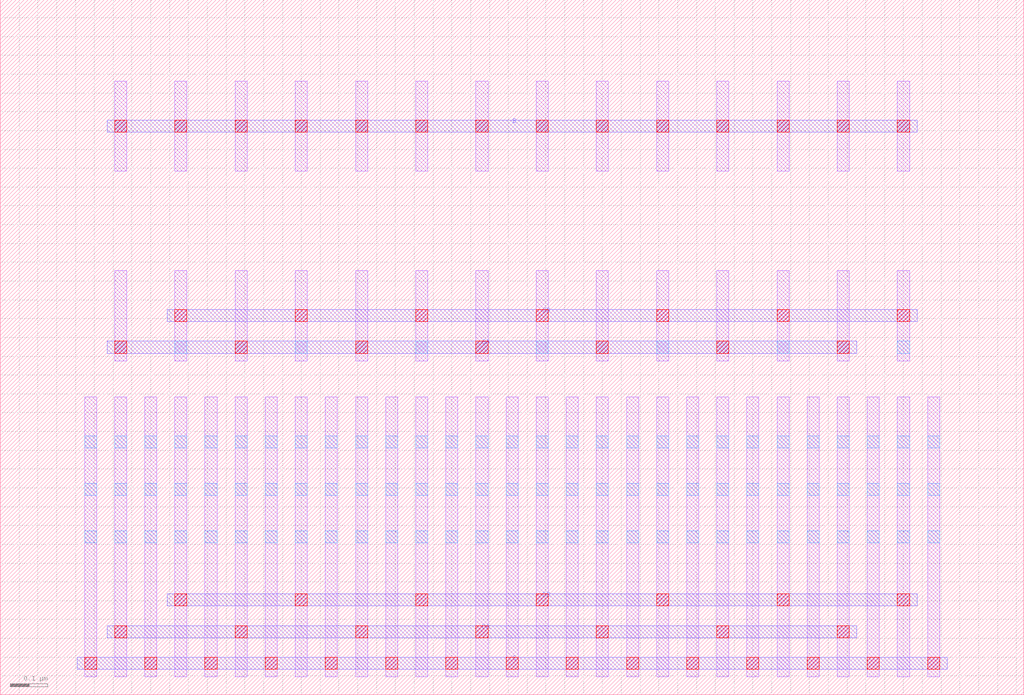
<source format=lef>
MACRO CMC_S_NMOS_B_nfin10_n12_X1_Y1_RVT
  ORIGIN 0 0 ;
  FOREIGN CMC_S_NMOS_B_nfin10_n12_X1_Y1_RVT 0 0 ;
  SIZE 1.2800 BY 1.8480 ;
  PIN SA
    DIRECTION INOUT ;
    USE SIGNAL ;
    PORT
      LAYER M2 ;
        RECT 0.2040 0.0680 0.4360 0.1000 ;
    END
  END SA
  PIN DA
    DIRECTION INOUT ;
    USE SIGNAL ;
    PORT
      LAYER M2 ;
        RECT 0.2840 0.1520 0.5160 0.1840 ;
    END
  END DA
  PIN SB
    DIRECTION INOUT ;
    USE SIGNAL ;
    PORT
      LAYER M2 ;
        RECT 0.8440 0.2360 1.0760 0.2680 ;
    END
  END SB
  PIN DB
    DIRECTION INOUT ;
    USE SIGNAL ;
    PORT
      LAYER M2 ;
        RECT 0.7640 0.3200 0.9960 0.3520 ;
    END
  END DB
  PIN G
    DIRECTION INOUT ;
    USE SIGNAL ;
    PORT
      LAYER M2 ;
        RECT 0.2840 0.9080 0.9960 0.9400 ;
    END
  END G
  PIN B
    DIRECTION INOUT ;
    USE SIGNAL ;
    PORT
      LAYER M2 ;
        RECT 0.2840 1.4960 0.9960 1.5280 ;
    END
  END B
  OBS
    LAYER M1 ;
      RECT 0.3040 0.0480 0.3360 0.7920 ;
    LAYER M1 ;
      RECT 0.3040 0.8880 0.3360 1.1280 ;
    LAYER M1 ;
      RECT 0.3040 1.3920 0.3360 1.6320 ;
    LAYER M1 ;
      RECT 0.2240 0.0480 0.2560 0.7920 ;
    LAYER M1 ;
      RECT 0.3840 0.0480 0.4160 0.7920 ;
    LAYER M1 ;
      RECT 0.9440 0.0480 0.9760 0.7920 ;
    LAYER M1 ;
      RECT 0.9440 0.8880 0.9760 1.1280 ;
    LAYER M1 ;
      RECT 0.9440 1.3920 0.9760 1.6320 ;
    LAYER M1 ;
      RECT 0.8640 0.0480 0.8960 0.7920 ;
    LAYER M1 ;
      RECT 1.0240 0.0480 1.0560 0.7920 ;
    LAYER V1 ;
      RECT 0.2240 0.0680 0.2560 0.1000 ;
    LAYER V1 ;
      RECT 0.3840 0.0680 0.4160 0.1000 ;
    LAYER V1 ;
      RECT 0.3040 0.1520 0.3360 0.1840 ;
    LAYER V1 ;
      RECT 0.3040 0.9080 0.3360 0.9400 ;
    LAYER V1 ;
      RECT 0.3040 1.4960 0.3360 1.5280 ;
    LAYER V1 ;
      RECT 0.8640 0.2360 0.8960 0.2680 ;
    LAYER V1 ;
      RECT 1.0240 0.2360 1.0560 0.2680 ;
    LAYER V1 ;
      RECT 0.9440 0.3200 0.9760 0.3520 ;
    LAYER V1 ;
      RECT 0.9440 0.9080 0.9760 0.9400 ;
    LAYER V1 ;
      RECT 0.9440 1.4960 0.9760 1.5280 ;
    LAYER V0 ;
      RECT 0.3040 0.4040 0.3360 0.4360 ;
    LAYER V0 ;
      RECT 0.3040 0.5300 0.3360 0.5620 ;
    LAYER V0 ;
      RECT 0.3040 0.6560 0.3360 0.6880 ;
    LAYER V0 ;
      RECT 0.3040 0.9080 0.3360 0.9400 ;
    LAYER V0 ;
      RECT 0.3040 1.4960 0.3360 1.5280 ;
    LAYER V0 ;
      RECT 0.2240 0.4040 0.2560 0.4360 ;
    LAYER V0 ;
      RECT 0.2240 0.5300 0.2560 0.5620 ;
    LAYER V0 ;
      RECT 0.2240 0.6560 0.2560 0.6880 ;
    LAYER V0 ;
      RECT 0.3840 0.4040 0.4160 0.4360 ;
    LAYER V0 ;
      RECT 0.3840 0.5300 0.4160 0.5620 ;
    LAYER V0 ;
      RECT 0.3840 0.6560 0.4160 0.6880 ;
    LAYER V0 ;
      RECT 0.9440 0.4040 0.9760 0.4360 ;
    LAYER V0 ;
      RECT 0.9440 0.5300 0.9760 0.5620 ;
    LAYER V0 ;
      RECT 0.9440 0.6560 0.9760 0.6880 ;
    LAYER V0 ;
      RECT 0.9440 0.9080 0.9760 0.9400 ;
    LAYER V0 ;
      RECT 0.9440 1.4960 0.9760 1.5280 ;
    LAYER V0 ;
      RECT 0.8640 0.4040 0.8960 0.4360 ;
    LAYER V0 ;
      RECT 0.8640 0.5300 0.8960 0.5620 ;
    LAYER V0 ;
      RECT 0.8640 0.6560 0.8960 0.6880 ;
    LAYER V0 ;
      RECT 1.0240 0.4040 1.0560 0.4360 ;
    LAYER V0 ;
      RECT 1.0240 0.5300 1.0560 0.5620 ;
    LAYER V0 ;
      RECT 1.0240 0.6560 1.0560 0.6880 ;
  END
END CMC_S_NMOS_B_nfin10_n12_X1_Y1_RVT
MACRO DP_NMOS_B_nfin75_n12_X7_Y1_RVT
  ORIGIN 0 0 ;
  FOREIGN DP_NMOS_B_nfin75_n12_X7_Y1_RVT 0 0 ;
  SIZE 2.7200 BY 1.8480 ;
  PIN S
    DIRECTION INOUT ;
    USE SIGNAL ;
    PORT
      LAYER M2 ;
        RECT 0.2040 0.0680 2.5160 0.1000 ;
    END
  END S
  PIN DA
    DIRECTION INOUT ;
    USE SIGNAL ;
    PORT
      LAYER M2 ;
        RECT 0.2840 0.1520 2.2760 0.1840 ;
    END
  END DA
  PIN DB
    DIRECTION INOUT ;
    USE SIGNAL ;
    PORT
      LAYER M2 ;
        RECT 0.4440 0.2360 2.4360 0.2680 ;
    END
  END DB
  PIN GA
    DIRECTION INOUT ;
    USE SIGNAL ;
    PORT
      LAYER M2 ;
        RECT 0.2840 0.9080 2.2760 0.9400 ;
    END
  END GA
  PIN GB
    DIRECTION INOUT ;
    USE SIGNAL ;
    PORT
      LAYER M2 ;
        RECT 0.4440 0.9920 2.4360 1.0240 ;
    END
  END GB
  PIN B
    DIRECTION INOUT ;
    USE SIGNAL ;
    PORT
      LAYER M2 ;
        RECT 0.2840 1.4960 2.4360 1.5280 ;
    END
  END B
  OBS
    LAYER M1 ;
      RECT 0.3040 0.0480 0.3360 0.7920 ;
    LAYER M1 ;
      RECT 0.3040 0.8880 0.3360 1.1280 ;
    LAYER M1 ;
      RECT 0.3040 1.3920 0.3360 1.6320 ;
    LAYER M1 ;
      RECT 0.2240 0.0480 0.2560 0.7920 ;
    LAYER M1 ;
      RECT 0.3840 0.0480 0.4160 0.7920 ;
    LAYER M1 ;
      RECT 0.4640 0.0480 0.4960 0.7920 ;
    LAYER M1 ;
      RECT 0.4640 0.8880 0.4960 1.1280 ;
    LAYER M1 ;
      RECT 0.4640 1.3920 0.4960 1.6320 ;
    LAYER M1 ;
      RECT 0.5440 0.0480 0.5760 0.7920 ;
    LAYER M1 ;
      RECT 0.6240 0.0480 0.6560 0.7920 ;
    LAYER M1 ;
      RECT 0.6240 0.8880 0.6560 1.1280 ;
    LAYER M1 ;
      RECT 0.6240 1.3920 0.6560 1.6320 ;
    LAYER M1 ;
      RECT 0.7040 0.0480 0.7360 0.7920 ;
    LAYER M1 ;
      RECT 0.7840 0.0480 0.8160 0.7920 ;
    LAYER M1 ;
      RECT 0.7840 0.8880 0.8160 1.1280 ;
    LAYER M1 ;
      RECT 0.7840 1.3920 0.8160 1.6320 ;
    LAYER M1 ;
      RECT 0.8640 0.0480 0.8960 0.7920 ;
    LAYER M1 ;
      RECT 0.9440 0.0480 0.9760 0.7920 ;
    LAYER M1 ;
      RECT 0.9440 0.8880 0.9760 1.1280 ;
    LAYER M1 ;
      RECT 0.9440 1.3920 0.9760 1.6320 ;
    LAYER M1 ;
      RECT 1.0240 0.0480 1.0560 0.7920 ;
    LAYER M1 ;
      RECT 1.1040 0.0480 1.1360 0.7920 ;
    LAYER M1 ;
      RECT 1.1040 0.8880 1.1360 1.1280 ;
    LAYER M1 ;
      RECT 1.1040 1.3920 1.1360 1.6320 ;
    LAYER M1 ;
      RECT 1.1840 0.0480 1.2160 0.7920 ;
    LAYER M1 ;
      RECT 1.2640 0.0480 1.2960 0.7920 ;
    LAYER M1 ;
      RECT 1.2640 0.8880 1.2960 1.1280 ;
    LAYER M1 ;
      RECT 1.2640 1.3920 1.2960 1.6320 ;
    LAYER M1 ;
      RECT 1.3440 0.0480 1.3760 0.7920 ;
    LAYER M1 ;
      RECT 1.4240 0.0480 1.4560 0.7920 ;
    LAYER M1 ;
      RECT 1.4240 0.8880 1.4560 1.1280 ;
    LAYER M1 ;
      RECT 1.4240 1.3920 1.4560 1.6320 ;
    LAYER M1 ;
      RECT 1.5040 0.0480 1.5360 0.7920 ;
    LAYER M1 ;
      RECT 1.5840 0.0480 1.6160 0.7920 ;
    LAYER M1 ;
      RECT 1.5840 0.8880 1.6160 1.1280 ;
    LAYER M1 ;
      RECT 1.5840 1.3920 1.6160 1.6320 ;
    LAYER M1 ;
      RECT 1.6640 0.0480 1.6960 0.7920 ;
    LAYER M1 ;
      RECT 1.7440 0.0480 1.7760 0.7920 ;
    LAYER M1 ;
      RECT 1.7440 0.8880 1.7760 1.1280 ;
    LAYER M1 ;
      RECT 1.7440 1.3920 1.7760 1.6320 ;
    LAYER M1 ;
      RECT 1.8240 0.0480 1.8560 0.7920 ;
    LAYER M1 ;
      RECT 1.9040 0.0480 1.9360 0.7920 ;
    LAYER M1 ;
      RECT 1.9040 0.8880 1.9360 1.1280 ;
    LAYER M1 ;
      RECT 1.9040 1.3920 1.9360 1.6320 ;
    LAYER M1 ;
      RECT 1.9840 0.0480 2.0160 0.7920 ;
    LAYER M1 ;
      RECT 2.0640 0.0480 2.0960 0.7920 ;
    LAYER M1 ;
      RECT 2.0640 0.8880 2.0960 1.1280 ;
    LAYER M1 ;
      RECT 2.0640 1.3920 2.0960 1.6320 ;
    LAYER M1 ;
      RECT 2.1440 0.0480 2.1760 0.7920 ;
    LAYER M1 ;
      RECT 2.2240 0.0480 2.2560 0.7920 ;
    LAYER M1 ;
      RECT 2.2240 0.8880 2.2560 1.1280 ;
    LAYER M1 ;
      RECT 2.2240 1.3920 2.2560 1.6320 ;
    LAYER M1 ;
      RECT 2.3040 0.0480 2.3360 0.7920 ;
    LAYER M1 ;
      RECT 2.3840 0.0480 2.4160 0.7920 ;
    LAYER M1 ;
      RECT 2.3840 0.8880 2.4160 1.1280 ;
    LAYER M1 ;
      RECT 2.3840 1.3920 2.4160 1.6320 ;
    LAYER M1 ;
      RECT 2.4640 0.0480 2.4960 0.7920 ;
    LAYER V1 ;
      RECT 0.2240 0.0680 0.2560 0.1000 ;
    LAYER V1 ;
      RECT 0.3840 0.0680 0.4160 0.1000 ;
    LAYER V1 ;
      RECT 0.5440 0.0680 0.5760 0.1000 ;
    LAYER V1 ;
      RECT 0.7040 0.0680 0.7360 0.1000 ;
    LAYER V1 ;
      RECT 0.8640 0.0680 0.8960 0.1000 ;
    LAYER V1 ;
      RECT 1.0240 0.0680 1.0560 0.1000 ;
    LAYER V1 ;
      RECT 1.1840 0.0680 1.2160 0.1000 ;
    LAYER V1 ;
      RECT 1.3440 0.0680 1.3760 0.1000 ;
    LAYER V1 ;
      RECT 1.5040 0.0680 1.5360 0.1000 ;
    LAYER V1 ;
      RECT 1.6640 0.0680 1.6960 0.1000 ;
    LAYER V1 ;
      RECT 1.8240 0.0680 1.8560 0.1000 ;
    LAYER V1 ;
      RECT 1.9840 0.0680 2.0160 0.1000 ;
    LAYER V1 ;
      RECT 2.1440 0.0680 2.1760 0.1000 ;
    LAYER V1 ;
      RECT 2.3040 0.0680 2.3360 0.1000 ;
    LAYER V1 ;
      RECT 2.4640 0.0680 2.4960 0.1000 ;
    LAYER V1 ;
      RECT 0.3040 0.1520 0.3360 0.1840 ;
    LAYER V1 ;
      RECT 0.3040 0.9080 0.3360 0.9400 ;
    LAYER V1 ;
      RECT 0.3040 1.4960 0.3360 1.5280 ;
    LAYER V1 ;
      RECT 0.6240 0.1520 0.6560 0.1840 ;
    LAYER V1 ;
      RECT 0.6240 0.9080 0.6560 0.9400 ;
    LAYER V1 ;
      RECT 0.6240 1.4960 0.6560 1.5280 ;
    LAYER V1 ;
      RECT 0.9440 0.1520 0.9760 0.1840 ;
    LAYER V1 ;
      RECT 0.9440 0.9080 0.9760 0.9400 ;
    LAYER V1 ;
      RECT 0.9440 1.4960 0.9760 1.5280 ;
    LAYER V1 ;
      RECT 1.2640 0.1520 1.2960 0.1840 ;
    LAYER V1 ;
      RECT 1.2640 0.9080 1.2960 0.9400 ;
    LAYER V1 ;
      RECT 1.2640 1.4960 1.2960 1.5280 ;
    LAYER V1 ;
      RECT 1.5840 0.1520 1.6160 0.1840 ;
    LAYER V1 ;
      RECT 1.5840 0.9080 1.6160 0.9400 ;
    LAYER V1 ;
      RECT 1.5840 1.4960 1.6160 1.5280 ;
    LAYER V1 ;
      RECT 1.9040 0.1520 1.9360 0.1840 ;
    LAYER V1 ;
      RECT 1.9040 0.9080 1.9360 0.9400 ;
    LAYER V1 ;
      RECT 1.9040 1.4960 1.9360 1.5280 ;
    LAYER V1 ;
      RECT 2.2240 0.1520 2.2560 0.1840 ;
    LAYER V1 ;
      RECT 2.2240 0.9080 2.2560 0.9400 ;
    LAYER V1 ;
      RECT 2.2240 1.4960 2.2560 1.5280 ;
    LAYER V1 ;
      RECT 0.4640 0.2360 0.4960 0.2680 ;
    LAYER V1 ;
      RECT 0.4640 0.9920 0.4960 1.0240 ;
    LAYER V1 ;
      RECT 0.4640 1.4960 0.4960 1.5280 ;
    LAYER V1 ;
      RECT 0.7840 0.2360 0.8160 0.2680 ;
    LAYER V1 ;
      RECT 0.7840 0.9920 0.8160 1.0240 ;
    LAYER V1 ;
      RECT 0.7840 1.4960 0.8160 1.5280 ;
    LAYER V1 ;
      RECT 1.1040 0.2360 1.1360 0.2680 ;
    LAYER V1 ;
      RECT 1.1040 0.9920 1.1360 1.0240 ;
    LAYER V1 ;
      RECT 1.1040 1.4960 1.1360 1.5280 ;
    LAYER V1 ;
      RECT 1.4240 0.2360 1.4560 0.2680 ;
    LAYER V1 ;
      RECT 1.4240 0.9920 1.4560 1.0240 ;
    LAYER V1 ;
      RECT 1.4240 1.4960 1.4560 1.5280 ;
    LAYER V1 ;
      RECT 1.7440 0.2360 1.7760 0.2680 ;
    LAYER V1 ;
      RECT 1.7440 0.9920 1.7760 1.0240 ;
    LAYER V1 ;
      RECT 1.7440 1.4960 1.7760 1.5280 ;
    LAYER V1 ;
      RECT 2.0640 0.2360 2.0960 0.2680 ;
    LAYER V1 ;
      RECT 2.0640 0.9920 2.0960 1.0240 ;
    LAYER V1 ;
      RECT 2.0640 1.4960 2.0960 1.5280 ;
    LAYER V1 ;
      RECT 2.3840 0.2360 2.4160 0.2680 ;
    LAYER V1 ;
      RECT 2.3840 0.9920 2.4160 1.0240 ;
    LAYER V1 ;
      RECT 2.3840 1.4960 2.4160 1.5280 ;
    LAYER V0 ;
      RECT 0.3040 0.4040 0.3360 0.4360 ;
    LAYER V0 ;
      RECT 0.3040 0.5300 0.3360 0.5620 ;
    LAYER V0 ;
      RECT 0.3040 0.6560 0.3360 0.6880 ;
    LAYER V0 ;
      RECT 0.3040 0.9080 0.3360 0.9400 ;
    LAYER V0 ;
      RECT 0.3040 1.4960 0.3360 1.5280 ;
    LAYER V0 ;
      RECT 0.2240 0.4040 0.2560 0.4360 ;
    LAYER V0 ;
      RECT 0.2240 0.5300 0.2560 0.5620 ;
    LAYER V0 ;
      RECT 0.2240 0.6560 0.2560 0.6880 ;
    LAYER V0 ;
      RECT 0.3840 0.4040 0.4160 0.4360 ;
    LAYER V0 ;
      RECT 0.3840 0.4040 0.4160 0.4360 ;
    LAYER V0 ;
      RECT 0.3840 0.5300 0.4160 0.5620 ;
    LAYER V0 ;
      RECT 0.3840 0.5300 0.4160 0.5620 ;
    LAYER V0 ;
      RECT 0.3840 0.6560 0.4160 0.6880 ;
    LAYER V0 ;
      RECT 0.3840 0.6560 0.4160 0.6880 ;
    LAYER V0 ;
      RECT 0.4640 0.4040 0.4960 0.4360 ;
    LAYER V0 ;
      RECT 0.4640 0.5300 0.4960 0.5620 ;
    LAYER V0 ;
      RECT 0.4640 0.6560 0.4960 0.6880 ;
    LAYER V0 ;
      RECT 0.4640 0.9080 0.4960 0.9400 ;
    LAYER V0 ;
      RECT 0.4640 1.4960 0.4960 1.5280 ;
    LAYER V0 ;
      RECT 0.5440 0.4040 0.5760 0.4360 ;
    LAYER V0 ;
      RECT 0.5440 0.4040 0.5760 0.4360 ;
    LAYER V0 ;
      RECT 0.5440 0.5300 0.5760 0.5620 ;
    LAYER V0 ;
      RECT 0.5440 0.5300 0.5760 0.5620 ;
    LAYER V0 ;
      RECT 0.5440 0.6560 0.5760 0.6880 ;
    LAYER V0 ;
      RECT 0.5440 0.6560 0.5760 0.6880 ;
    LAYER V0 ;
      RECT 0.6240 0.4040 0.6560 0.4360 ;
    LAYER V0 ;
      RECT 0.6240 0.5300 0.6560 0.5620 ;
    LAYER V0 ;
      RECT 0.6240 0.6560 0.6560 0.6880 ;
    LAYER V0 ;
      RECT 0.6240 0.9080 0.6560 0.9400 ;
    LAYER V0 ;
      RECT 0.6240 1.4960 0.6560 1.5280 ;
    LAYER V0 ;
      RECT 0.7040 0.4040 0.7360 0.4360 ;
    LAYER V0 ;
      RECT 0.7040 0.4040 0.7360 0.4360 ;
    LAYER V0 ;
      RECT 0.7040 0.5300 0.7360 0.5620 ;
    LAYER V0 ;
      RECT 0.7040 0.5300 0.7360 0.5620 ;
    LAYER V0 ;
      RECT 0.7040 0.6560 0.7360 0.6880 ;
    LAYER V0 ;
      RECT 0.7040 0.6560 0.7360 0.6880 ;
    LAYER V0 ;
      RECT 0.7840 0.4040 0.8160 0.4360 ;
    LAYER V0 ;
      RECT 0.7840 0.5300 0.8160 0.5620 ;
    LAYER V0 ;
      RECT 0.7840 0.6560 0.8160 0.6880 ;
    LAYER V0 ;
      RECT 0.7840 0.9080 0.8160 0.9400 ;
    LAYER V0 ;
      RECT 0.7840 1.4960 0.8160 1.5280 ;
    LAYER V0 ;
      RECT 0.8640 0.4040 0.8960 0.4360 ;
    LAYER V0 ;
      RECT 0.8640 0.4040 0.8960 0.4360 ;
    LAYER V0 ;
      RECT 0.8640 0.5300 0.8960 0.5620 ;
    LAYER V0 ;
      RECT 0.8640 0.5300 0.8960 0.5620 ;
    LAYER V0 ;
      RECT 0.8640 0.6560 0.8960 0.6880 ;
    LAYER V0 ;
      RECT 0.8640 0.6560 0.8960 0.6880 ;
    LAYER V0 ;
      RECT 0.9440 0.4040 0.9760 0.4360 ;
    LAYER V0 ;
      RECT 0.9440 0.5300 0.9760 0.5620 ;
    LAYER V0 ;
      RECT 0.9440 0.6560 0.9760 0.6880 ;
    LAYER V0 ;
      RECT 0.9440 0.9080 0.9760 0.9400 ;
    LAYER V0 ;
      RECT 0.9440 1.4960 0.9760 1.5280 ;
    LAYER V0 ;
      RECT 1.0240 0.4040 1.0560 0.4360 ;
    LAYER V0 ;
      RECT 1.0240 0.4040 1.0560 0.4360 ;
    LAYER V0 ;
      RECT 1.0240 0.5300 1.0560 0.5620 ;
    LAYER V0 ;
      RECT 1.0240 0.5300 1.0560 0.5620 ;
    LAYER V0 ;
      RECT 1.0240 0.6560 1.0560 0.6880 ;
    LAYER V0 ;
      RECT 1.0240 0.6560 1.0560 0.6880 ;
    LAYER V0 ;
      RECT 1.1040 0.4040 1.1360 0.4360 ;
    LAYER V0 ;
      RECT 1.1040 0.5300 1.1360 0.5620 ;
    LAYER V0 ;
      RECT 1.1040 0.6560 1.1360 0.6880 ;
    LAYER V0 ;
      RECT 1.1040 0.9080 1.1360 0.9400 ;
    LAYER V0 ;
      RECT 1.1040 1.4960 1.1360 1.5280 ;
    LAYER V0 ;
      RECT 1.1840 0.4040 1.2160 0.4360 ;
    LAYER V0 ;
      RECT 1.1840 0.4040 1.2160 0.4360 ;
    LAYER V0 ;
      RECT 1.1840 0.5300 1.2160 0.5620 ;
    LAYER V0 ;
      RECT 1.1840 0.5300 1.2160 0.5620 ;
    LAYER V0 ;
      RECT 1.1840 0.6560 1.2160 0.6880 ;
    LAYER V0 ;
      RECT 1.1840 0.6560 1.2160 0.6880 ;
    LAYER V0 ;
      RECT 1.2640 0.4040 1.2960 0.4360 ;
    LAYER V0 ;
      RECT 1.2640 0.5300 1.2960 0.5620 ;
    LAYER V0 ;
      RECT 1.2640 0.6560 1.2960 0.6880 ;
    LAYER V0 ;
      RECT 1.2640 0.9080 1.2960 0.9400 ;
    LAYER V0 ;
      RECT 1.2640 1.4960 1.2960 1.5280 ;
    LAYER V0 ;
      RECT 1.3440 0.4040 1.3760 0.4360 ;
    LAYER V0 ;
      RECT 1.3440 0.4040 1.3760 0.4360 ;
    LAYER V0 ;
      RECT 1.3440 0.5300 1.3760 0.5620 ;
    LAYER V0 ;
      RECT 1.3440 0.5300 1.3760 0.5620 ;
    LAYER V0 ;
      RECT 1.3440 0.6560 1.3760 0.6880 ;
    LAYER V0 ;
      RECT 1.3440 0.6560 1.3760 0.6880 ;
    LAYER V0 ;
      RECT 1.4240 0.4040 1.4560 0.4360 ;
    LAYER V0 ;
      RECT 1.4240 0.5300 1.4560 0.5620 ;
    LAYER V0 ;
      RECT 1.4240 0.6560 1.4560 0.6880 ;
    LAYER V0 ;
      RECT 1.4240 0.9080 1.4560 0.9400 ;
    LAYER V0 ;
      RECT 1.4240 1.4960 1.4560 1.5280 ;
    LAYER V0 ;
      RECT 1.5040 0.4040 1.5360 0.4360 ;
    LAYER V0 ;
      RECT 1.5040 0.4040 1.5360 0.4360 ;
    LAYER V0 ;
      RECT 1.5040 0.5300 1.5360 0.5620 ;
    LAYER V0 ;
      RECT 1.5040 0.5300 1.5360 0.5620 ;
    LAYER V0 ;
      RECT 1.5040 0.6560 1.5360 0.6880 ;
    LAYER V0 ;
      RECT 1.5040 0.6560 1.5360 0.6880 ;
    LAYER V0 ;
      RECT 1.5840 0.4040 1.6160 0.4360 ;
    LAYER V0 ;
      RECT 1.5840 0.5300 1.6160 0.5620 ;
    LAYER V0 ;
      RECT 1.5840 0.6560 1.6160 0.6880 ;
    LAYER V0 ;
      RECT 1.5840 0.9080 1.6160 0.9400 ;
    LAYER V0 ;
      RECT 1.5840 1.4960 1.6160 1.5280 ;
    LAYER V0 ;
      RECT 1.6640 0.4040 1.6960 0.4360 ;
    LAYER V0 ;
      RECT 1.6640 0.4040 1.6960 0.4360 ;
    LAYER V0 ;
      RECT 1.6640 0.5300 1.6960 0.5620 ;
    LAYER V0 ;
      RECT 1.6640 0.5300 1.6960 0.5620 ;
    LAYER V0 ;
      RECT 1.6640 0.6560 1.6960 0.6880 ;
    LAYER V0 ;
      RECT 1.6640 0.6560 1.6960 0.6880 ;
    LAYER V0 ;
      RECT 1.7440 0.4040 1.7760 0.4360 ;
    LAYER V0 ;
      RECT 1.7440 0.5300 1.7760 0.5620 ;
    LAYER V0 ;
      RECT 1.7440 0.6560 1.7760 0.6880 ;
    LAYER V0 ;
      RECT 1.7440 0.9080 1.7760 0.9400 ;
    LAYER V0 ;
      RECT 1.7440 1.4960 1.7760 1.5280 ;
    LAYER V0 ;
      RECT 1.8240 0.4040 1.8560 0.4360 ;
    LAYER V0 ;
      RECT 1.8240 0.4040 1.8560 0.4360 ;
    LAYER V0 ;
      RECT 1.8240 0.5300 1.8560 0.5620 ;
    LAYER V0 ;
      RECT 1.8240 0.5300 1.8560 0.5620 ;
    LAYER V0 ;
      RECT 1.8240 0.6560 1.8560 0.6880 ;
    LAYER V0 ;
      RECT 1.8240 0.6560 1.8560 0.6880 ;
    LAYER V0 ;
      RECT 1.9040 0.4040 1.9360 0.4360 ;
    LAYER V0 ;
      RECT 1.9040 0.5300 1.9360 0.5620 ;
    LAYER V0 ;
      RECT 1.9040 0.6560 1.9360 0.6880 ;
    LAYER V0 ;
      RECT 1.9040 0.9080 1.9360 0.9400 ;
    LAYER V0 ;
      RECT 1.9040 1.4960 1.9360 1.5280 ;
    LAYER V0 ;
      RECT 1.9840 0.4040 2.0160 0.4360 ;
    LAYER V0 ;
      RECT 1.9840 0.4040 2.0160 0.4360 ;
    LAYER V0 ;
      RECT 1.9840 0.5300 2.0160 0.5620 ;
    LAYER V0 ;
      RECT 1.9840 0.5300 2.0160 0.5620 ;
    LAYER V0 ;
      RECT 1.9840 0.6560 2.0160 0.6880 ;
    LAYER V0 ;
      RECT 1.9840 0.6560 2.0160 0.6880 ;
    LAYER V0 ;
      RECT 2.0640 0.4040 2.0960 0.4360 ;
    LAYER V0 ;
      RECT 2.0640 0.5300 2.0960 0.5620 ;
    LAYER V0 ;
      RECT 2.0640 0.6560 2.0960 0.6880 ;
    LAYER V0 ;
      RECT 2.0640 0.9080 2.0960 0.9400 ;
    LAYER V0 ;
      RECT 2.0640 1.4960 2.0960 1.5280 ;
    LAYER V0 ;
      RECT 2.1440 0.4040 2.1760 0.4360 ;
    LAYER V0 ;
      RECT 2.1440 0.4040 2.1760 0.4360 ;
    LAYER V0 ;
      RECT 2.1440 0.5300 2.1760 0.5620 ;
    LAYER V0 ;
      RECT 2.1440 0.5300 2.1760 0.5620 ;
    LAYER V0 ;
      RECT 2.1440 0.6560 2.1760 0.6880 ;
    LAYER V0 ;
      RECT 2.1440 0.6560 2.1760 0.6880 ;
    LAYER V0 ;
      RECT 2.2240 0.4040 2.2560 0.4360 ;
    LAYER V0 ;
      RECT 2.2240 0.5300 2.2560 0.5620 ;
    LAYER V0 ;
      RECT 2.2240 0.6560 2.2560 0.6880 ;
    LAYER V0 ;
      RECT 2.2240 0.9080 2.2560 0.9400 ;
    LAYER V0 ;
      RECT 2.2240 1.4960 2.2560 1.5280 ;
    LAYER V0 ;
      RECT 2.3040 0.4040 2.3360 0.4360 ;
    LAYER V0 ;
      RECT 2.3040 0.4040 2.3360 0.4360 ;
    LAYER V0 ;
      RECT 2.3040 0.5300 2.3360 0.5620 ;
    LAYER V0 ;
      RECT 2.3040 0.5300 2.3360 0.5620 ;
    LAYER V0 ;
      RECT 2.3040 0.6560 2.3360 0.6880 ;
    LAYER V0 ;
      RECT 2.3040 0.6560 2.3360 0.6880 ;
    LAYER V0 ;
      RECT 2.3840 0.4040 2.4160 0.4360 ;
    LAYER V0 ;
      RECT 2.3840 0.5300 2.4160 0.5620 ;
    LAYER V0 ;
      RECT 2.3840 0.6560 2.4160 0.6880 ;
    LAYER V0 ;
      RECT 2.3840 0.9080 2.4160 0.9400 ;
    LAYER V0 ;
      RECT 2.3840 1.4960 2.4160 1.5280 ;
    LAYER V0 ;
      RECT 2.4640 0.4040 2.4960 0.4360 ;
    LAYER V0 ;
      RECT 2.4640 0.5300 2.4960 0.5620 ;
    LAYER V0 ;
      RECT 2.4640 0.6560 2.4960 0.6880 ;
  END
END DP_NMOS_B_nfin75_n12_X7_Y1_RVT
MACRO CMC_S_PMOS_B_nfin15_n12_X2_Y1_RVT
  ORIGIN 0 0 ;
  FOREIGN CMC_S_PMOS_B_nfin15_n12_X2_Y1_RVT 0 0 ;
  SIZE 2.5600 BY 1.8480 ;
  PIN SA
    DIRECTION INOUT ;
    USE SIGNAL ;
    PORT
      LAYER M2 ;
        RECT 0.2040 0.0680 2.3560 0.1000 ;
    END
  END SA
  PIN DA
    DIRECTION INOUT ;
    USE SIGNAL ;
    PORT
      LAYER M2 ;
        RECT 0.2840 0.1520 2.2760 0.1840 ;
    END
  END DA
  PIN SB
    DIRECTION INOUT ;
    USE SIGNAL ;
    PORT
      LAYER M2 ;
        RECT 0.8440 0.2360 1.7160 0.2680 ;
    END
  END SB
  PIN DB
    DIRECTION INOUT ;
    USE SIGNAL ;
    PORT
      LAYER M2 ;
        RECT 0.9240 0.3200 1.6360 0.3520 ;
    END
  END DB
  PIN G
    DIRECTION INOUT ;
    USE SIGNAL ;
    PORT
      LAYER M2 ;
        RECT 0.2840 0.9080 2.2760 0.9400 ;
    END
  END G
  PIN B
    DIRECTION INOUT ;
    USE SIGNAL ;
    PORT
      LAYER M2 ;
        RECT 0.2840 1.4960 2.2760 1.5280 ;
    END
  END B
  OBS
    LAYER M1 ;
      RECT 0.3040 0.0480 0.3360 0.7920 ;
    LAYER M1 ;
      RECT 0.3040 0.8880 0.3360 1.1280 ;
    LAYER M1 ;
      RECT 0.3040 1.3920 0.3360 1.6320 ;
    LAYER M1 ;
      RECT 0.2240 0.0480 0.2560 0.7920 ;
    LAYER M1 ;
      RECT 0.3840 0.0480 0.4160 0.7920 ;
    LAYER M1 ;
      RECT 0.9440 0.0480 0.9760 0.7920 ;
    LAYER M1 ;
      RECT 0.9440 0.8880 0.9760 1.1280 ;
    LAYER M1 ;
      RECT 0.9440 1.3920 0.9760 1.6320 ;
    LAYER M1 ;
      RECT 0.8640 0.0480 0.8960 0.7920 ;
    LAYER M1 ;
      RECT 1.0240 0.0480 1.0560 0.7920 ;
    LAYER M1 ;
      RECT 1.5840 0.0480 1.6160 0.7920 ;
    LAYER M1 ;
      RECT 1.5840 0.8880 1.6160 1.1280 ;
    LAYER M1 ;
      RECT 1.5840 1.3920 1.6160 1.6320 ;
    LAYER M1 ;
      RECT 1.5040 0.0480 1.5360 0.7920 ;
    LAYER M1 ;
      RECT 1.6640 0.0480 1.6960 0.7920 ;
    LAYER M1 ;
      RECT 2.2240 0.0480 2.2560 0.7920 ;
    LAYER M1 ;
      RECT 2.2240 0.8880 2.2560 1.1280 ;
    LAYER M1 ;
      RECT 2.2240 1.3920 2.2560 1.6320 ;
    LAYER M1 ;
      RECT 2.1440 0.0480 2.1760 0.7920 ;
    LAYER M1 ;
      RECT 2.3040 0.0480 2.3360 0.7920 ;
    LAYER V1 ;
      RECT 0.2240 0.0680 0.2560 0.1000 ;
    LAYER V1 ;
      RECT 2.3040 0.0680 2.3360 0.1000 ;
    LAYER V1 ;
      RECT 2.1440 0.0680 2.1760 0.1000 ;
    LAYER V1 ;
      RECT 0.3840 0.0680 0.4160 0.1000 ;
    LAYER V1 ;
      RECT 2.2240 0.1520 2.2560 0.1840 ;
    LAYER V1 ;
      RECT 2.2240 0.9080 2.2560 0.9400 ;
    LAYER V1 ;
      RECT 2.2240 1.4960 2.2560 1.5280 ;
    LAYER V1 ;
      RECT 0.3040 0.1520 0.3360 0.1840 ;
    LAYER V1 ;
      RECT 0.3040 0.9080 0.3360 0.9400 ;
    LAYER V1 ;
      RECT 0.3040 1.4960 0.3360 1.5280 ;
    LAYER V1 ;
      RECT 0.8640 0.2360 0.8960 0.2680 ;
    LAYER V1 ;
      RECT 1.0240 0.2360 1.0560 0.2680 ;
    LAYER V1 ;
      RECT 1.5040 0.2360 1.5360 0.2680 ;
    LAYER V1 ;
      RECT 1.6640 0.2360 1.6960 0.2680 ;
    LAYER V1 ;
      RECT 1.5840 0.3200 1.6160 0.3520 ;
    LAYER V1 ;
      RECT 1.5840 0.9080 1.6160 0.9400 ;
    LAYER V1 ;
      RECT 1.5840 1.4960 1.6160 1.5280 ;
    LAYER V1 ;
      RECT 0.9440 0.3200 0.9760 0.3520 ;
    LAYER V1 ;
      RECT 0.9440 0.9080 0.9760 0.9400 ;
    LAYER V1 ;
      RECT 0.9440 1.4960 0.9760 1.5280 ;
    LAYER V0 ;
      RECT 0.3040 0.4040 0.3360 0.4360 ;
    LAYER V0 ;
      RECT 0.3040 0.5300 0.3360 0.5620 ;
    LAYER V0 ;
      RECT 0.3040 0.6560 0.3360 0.6880 ;
    LAYER V0 ;
      RECT 0.3040 0.9080 0.3360 0.9400 ;
    LAYER V0 ;
      RECT 0.3040 1.4960 0.3360 1.5280 ;
    LAYER V0 ;
      RECT 0.2240 0.4040 0.2560 0.4360 ;
    LAYER V0 ;
      RECT 0.2240 0.5300 0.2560 0.5620 ;
    LAYER V0 ;
      RECT 0.2240 0.6560 0.2560 0.6880 ;
    LAYER V0 ;
      RECT 0.3840 0.4040 0.4160 0.4360 ;
    LAYER V0 ;
      RECT 0.3840 0.5300 0.4160 0.5620 ;
    LAYER V0 ;
      RECT 0.3840 0.6560 0.4160 0.6880 ;
    LAYER V0 ;
      RECT 0.9440 0.4040 0.9760 0.4360 ;
    LAYER V0 ;
      RECT 0.9440 0.5300 0.9760 0.5620 ;
    LAYER V0 ;
      RECT 0.9440 0.6560 0.9760 0.6880 ;
    LAYER V0 ;
      RECT 0.9440 0.9080 0.9760 0.9400 ;
    LAYER V0 ;
      RECT 0.9440 1.4960 0.9760 1.5280 ;
    LAYER V0 ;
      RECT 0.8640 0.4040 0.8960 0.4360 ;
    LAYER V0 ;
      RECT 0.8640 0.5300 0.8960 0.5620 ;
    LAYER V0 ;
      RECT 0.8640 0.6560 0.8960 0.6880 ;
    LAYER V0 ;
      RECT 1.0240 0.4040 1.0560 0.4360 ;
    LAYER V0 ;
      RECT 1.0240 0.5300 1.0560 0.5620 ;
    LAYER V0 ;
      RECT 1.0240 0.6560 1.0560 0.6880 ;
    LAYER V0 ;
      RECT 1.5840 0.4040 1.6160 0.4360 ;
    LAYER V0 ;
      RECT 1.5840 0.5300 1.6160 0.5620 ;
    LAYER V0 ;
      RECT 1.5840 0.6560 1.6160 0.6880 ;
    LAYER V0 ;
      RECT 1.5840 0.9080 1.6160 0.9400 ;
    LAYER V0 ;
      RECT 1.5840 1.4960 1.6160 1.5280 ;
    LAYER V0 ;
      RECT 1.5040 0.4040 1.5360 0.4360 ;
    LAYER V0 ;
      RECT 1.5040 0.5300 1.5360 0.5620 ;
    LAYER V0 ;
      RECT 1.5040 0.6560 1.5360 0.6880 ;
    LAYER V0 ;
      RECT 1.6640 0.4040 1.6960 0.4360 ;
    LAYER V0 ;
      RECT 1.6640 0.5300 1.6960 0.5620 ;
    LAYER V0 ;
      RECT 1.6640 0.6560 1.6960 0.6880 ;
    LAYER V0 ;
      RECT 2.2240 0.4040 2.2560 0.4360 ;
    LAYER V0 ;
      RECT 2.2240 0.5300 2.2560 0.5620 ;
    LAYER V0 ;
      RECT 2.2240 0.6560 2.2560 0.6880 ;
    LAYER V0 ;
      RECT 2.2240 0.9080 2.2560 0.9400 ;
    LAYER V0 ;
      RECT 2.2240 1.4960 2.2560 1.5280 ;
    LAYER V0 ;
      RECT 2.1440 0.4040 2.1760 0.4360 ;
    LAYER V0 ;
      RECT 2.1440 0.5300 2.1760 0.5620 ;
    LAYER V0 ;
      RECT 2.1440 0.6560 2.1760 0.6880 ;
    LAYER V0 ;
      RECT 2.3040 0.4040 2.3360 0.4360 ;
    LAYER V0 ;
      RECT 2.3040 0.5300 2.3360 0.5620 ;
    LAYER V0 ;
      RECT 2.3040 0.6560 2.3360 0.6880 ;
  END
END CMC_S_PMOS_B_nfin15_n12_X2_Y1_RVT
MACRO CMC_PMOS_nfin15_nf2_n12_X3_Y1_RVT
  ORIGIN 0 0 ;
  FOREIGN CMC_PMOS_nfin15_nf2_n12_X3_Y1_RVT 0 0 ;
  SIZE 1.4400 BY 1.8480 ;
  PIN S
    DIRECTION INOUT ;
    USE SIGNAL ;
    PORT
      LAYER M3 ;
        RECT 0.4600 0.0480 0.5000 1.5480 ;
    END
  END S
  PIN DA
    DIRECTION INOUT ;
    USE SIGNAL ;
    PORT
      LAYER M2 ;
        RECT 0.2840 0.1520 0.9960 0.1840 ;
    END
  END DA
  PIN DB
    DIRECTION INOUT ;
    USE SIGNAL ;
    PORT
      LAYER M2 ;
        RECT 0.4440 0.2360 1.1560 0.2680 ;
    END
  END DB
  PIN G
    DIRECTION INOUT ;
    USE SIGNAL ;
    PORT
      LAYER M2 ;
        RECT 0.2840 0.9080 1.1560 0.9400 ;
    END
  END G
  OBS
    LAYER M1 ;
      RECT 0.3040 0.0480 0.3360 0.7920 ;
    LAYER M1 ;
      RECT 0.3040 0.8880 0.3360 1.1280 ;
    LAYER M1 ;
      RECT 0.3040 1.3920 0.3360 1.6320 ;
    LAYER M1 ;
      RECT 0.2240 0.0480 0.2560 0.7920 ;
    LAYER M1 ;
      RECT 0.3840 0.0480 0.4160 0.7920 ;
    LAYER M1 ;
      RECT 0.4640 0.0480 0.4960 0.7920 ;
    LAYER M1 ;
      RECT 0.4640 0.8880 0.4960 1.1280 ;
    LAYER M1 ;
      RECT 0.4640 1.3920 0.4960 1.6320 ;
    LAYER M1 ;
      RECT 0.5440 0.0480 0.5760 0.7920 ;
    LAYER M1 ;
      RECT 0.6240 0.0480 0.6560 0.7920 ;
    LAYER M1 ;
      RECT 0.6240 0.8880 0.6560 1.1280 ;
    LAYER M1 ;
      RECT 0.6240 1.3920 0.6560 1.6320 ;
    LAYER M1 ;
      RECT 0.7040 0.0480 0.7360 0.7920 ;
    LAYER M1 ;
      RECT 0.7840 0.0480 0.8160 0.7920 ;
    LAYER M1 ;
      RECT 0.7840 0.8880 0.8160 1.1280 ;
    LAYER M1 ;
      RECT 0.7840 1.3920 0.8160 1.6320 ;
    LAYER M1 ;
      RECT 0.8640 0.0480 0.8960 0.7920 ;
    LAYER M1 ;
      RECT 0.9440 0.0480 0.9760 0.7920 ;
    LAYER M1 ;
      RECT 0.9440 0.8880 0.9760 1.1280 ;
    LAYER M1 ;
      RECT 0.9440 1.3920 0.9760 1.6320 ;
    LAYER M1 ;
      RECT 1.0240 0.0480 1.0560 0.7920 ;
    LAYER M1 ;
      RECT 1.1040 0.0480 1.1360 0.7920 ;
    LAYER M1 ;
      RECT 1.1040 0.8880 1.1360 1.1280 ;
    LAYER M1 ;
      RECT 1.1040 1.3920 1.1360 1.6320 ;
    LAYER M1 ;
      RECT 1.1840 0.0480 1.2160 0.7920 ;
    LAYER M2 ;
      RECT 0.2840 1.4960 1.1560 1.5280 ;
    LAYER M2 ;
      RECT 0.2040 0.0680 1.2360 0.1000 ;
    LAYER V1 ;
      RECT 0.3040 0.1520 0.3360 0.1840 ;
    LAYER V1 ;
      RECT 0.3040 0.9080 0.3360 0.9400 ;
    LAYER V1 ;
      RECT 0.3040 1.4960 0.3360 1.5280 ;
    LAYER V1 ;
      RECT 0.4640 0.2360 0.4960 0.2680 ;
    LAYER V1 ;
      RECT 0.4640 0.9080 0.4960 0.9400 ;
    LAYER V1 ;
      RECT 0.4640 1.4960 0.4960 1.5280 ;
    LAYER V1 ;
      RECT 0.6240 0.1520 0.6560 0.1840 ;
    LAYER V1 ;
      RECT 0.6240 0.9080 0.6560 0.9400 ;
    LAYER V1 ;
      RECT 0.6240 1.4960 0.6560 1.5280 ;
    LAYER V1 ;
      RECT 0.7840 0.2360 0.8160 0.2680 ;
    LAYER V1 ;
      RECT 0.7840 0.9080 0.8160 0.9400 ;
    LAYER V1 ;
      RECT 0.7840 1.4960 0.8160 1.5280 ;
    LAYER V1 ;
      RECT 0.9440 0.1520 0.9760 0.1840 ;
    LAYER V1 ;
      RECT 0.9440 0.9080 0.9760 0.9400 ;
    LAYER V1 ;
      RECT 0.9440 1.4960 0.9760 1.5280 ;
    LAYER V1 ;
      RECT 1.1040 0.2360 1.1360 0.2680 ;
    LAYER V1 ;
      RECT 1.1040 0.9080 1.1360 0.9400 ;
    LAYER V1 ;
      RECT 1.1040 1.4960 1.1360 1.5280 ;
    LAYER V1 ;
      RECT 0.2240 0.0680 0.2560 0.1000 ;
    LAYER V1 ;
      RECT 0.3840 0.0680 0.4160 0.1000 ;
    LAYER V1 ;
      RECT 0.5440 0.0680 0.5760 0.1000 ;
    LAYER V1 ;
      RECT 0.7040 0.0680 0.7360 0.1000 ;
    LAYER V1 ;
      RECT 0.8640 0.0680 0.8960 0.1000 ;
    LAYER V1 ;
      RECT 1.0240 0.0680 1.0560 0.1000 ;
    LAYER V1 ;
      RECT 1.1840 0.0680 1.2160 0.1000 ;
    LAYER V2 ;
      RECT 0.4640 0.0680 0.4960 0.1000 ;
    LAYER V2 ;
      RECT 0.4640 1.4960 0.4960 1.5280 ;
    LAYER V0 ;
      RECT 0.3040 0.4040 0.3360 0.4360 ;
    LAYER V0 ;
      RECT 0.3040 0.5300 0.3360 0.5620 ;
    LAYER V0 ;
      RECT 0.3040 0.6560 0.3360 0.6880 ;
    LAYER V0 ;
      RECT 0.3040 0.9080 0.3360 0.9400 ;
    LAYER V0 ;
      RECT 0.3040 1.4960 0.3360 1.5280 ;
    LAYER V0 ;
      RECT 0.2240 0.4040 0.2560 0.4360 ;
    LAYER V0 ;
      RECT 0.2240 0.5300 0.2560 0.5620 ;
    LAYER V0 ;
      RECT 0.2240 0.6560 0.2560 0.6880 ;
    LAYER V0 ;
      RECT 0.3840 0.4040 0.4160 0.4360 ;
    LAYER V0 ;
      RECT 0.3840 0.4040 0.4160 0.4360 ;
    LAYER V0 ;
      RECT 0.3840 0.5300 0.4160 0.5620 ;
    LAYER V0 ;
      RECT 0.3840 0.5300 0.4160 0.5620 ;
    LAYER V0 ;
      RECT 0.3840 0.6560 0.4160 0.6880 ;
    LAYER V0 ;
      RECT 0.3840 0.6560 0.4160 0.6880 ;
    LAYER V0 ;
      RECT 0.4640 0.4040 0.4960 0.4360 ;
    LAYER V0 ;
      RECT 0.4640 0.5300 0.4960 0.5620 ;
    LAYER V0 ;
      RECT 0.4640 0.6560 0.4960 0.6880 ;
    LAYER V0 ;
      RECT 0.4640 0.9080 0.4960 0.9400 ;
    LAYER V0 ;
      RECT 0.4640 1.4960 0.4960 1.5280 ;
    LAYER V0 ;
      RECT 0.5440 0.4040 0.5760 0.4360 ;
    LAYER V0 ;
      RECT 0.5440 0.4040 0.5760 0.4360 ;
    LAYER V0 ;
      RECT 0.5440 0.5300 0.5760 0.5620 ;
    LAYER V0 ;
      RECT 0.5440 0.5300 0.5760 0.5620 ;
    LAYER V0 ;
      RECT 0.5440 0.6560 0.5760 0.6880 ;
    LAYER V0 ;
      RECT 0.5440 0.6560 0.5760 0.6880 ;
    LAYER V0 ;
      RECT 0.6240 0.4040 0.6560 0.4360 ;
    LAYER V0 ;
      RECT 0.6240 0.5300 0.6560 0.5620 ;
    LAYER V0 ;
      RECT 0.6240 0.6560 0.6560 0.6880 ;
    LAYER V0 ;
      RECT 0.6240 0.9080 0.6560 0.9400 ;
    LAYER V0 ;
      RECT 0.6240 1.4960 0.6560 1.5280 ;
    LAYER V0 ;
      RECT 0.7040 0.4040 0.7360 0.4360 ;
    LAYER V0 ;
      RECT 0.7040 0.4040 0.7360 0.4360 ;
    LAYER V0 ;
      RECT 0.7040 0.5300 0.7360 0.5620 ;
    LAYER V0 ;
      RECT 0.7040 0.5300 0.7360 0.5620 ;
    LAYER V0 ;
      RECT 0.7040 0.6560 0.7360 0.6880 ;
    LAYER V0 ;
      RECT 0.7040 0.6560 0.7360 0.6880 ;
    LAYER V0 ;
      RECT 0.7840 0.4040 0.8160 0.4360 ;
    LAYER V0 ;
      RECT 0.7840 0.5300 0.8160 0.5620 ;
    LAYER V0 ;
      RECT 0.7840 0.6560 0.8160 0.6880 ;
    LAYER V0 ;
      RECT 0.7840 0.9080 0.8160 0.9400 ;
    LAYER V0 ;
      RECT 0.7840 1.4960 0.8160 1.5280 ;
    LAYER V0 ;
      RECT 0.8640 0.4040 0.8960 0.4360 ;
    LAYER V0 ;
      RECT 0.8640 0.4040 0.8960 0.4360 ;
    LAYER V0 ;
      RECT 0.8640 0.5300 0.8960 0.5620 ;
    LAYER V0 ;
      RECT 0.8640 0.5300 0.8960 0.5620 ;
    LAYER V0 ;
      RECT 0.8640 0.6560 0.8960 0.6880 ;
    LAYER V0 ;
      RECT 0.8640 0.6560 0.8960 0.6880 ;
    LAYER V0 ;
      RECT 0.9440 0.4040 0.9760 0.4360 ;
    LAYER V0 ;
      RECT 0.9440 0.5300 0.9760 0.5620 ;
    LAYER V0 ;
      RECT 0.9440 0.6560 0.9760 0.6880 ;
    LAYER V0 ;
      RECT 0.9440 0.9080 0.9760 0.9400 ;
    LAYER V0 ;
      RECT 0.9440 1.4960 0.9760 1.5280 ;
    LAYER V0 ;
      RECT 1.0240 0.4040 1.0560 0.4360 ;
    LAYER V0 ;
      RECT 1.0240 0.4040 1.0560 0.4360 ;
    LAYER V0 ;
      RECT 1.0240 0.5300 1.0560 0.5620 ;
    LAYER V0 ;
      RECT 1.0240 0.5300 1.0560 0.5620 ;
    LAYER V0 ;
      RECT 1.0240 0.6560 1.0560 0.6880 ;
    LAYER V0 ;
      RECT 1.0240 0.6560 1.0560 0.6880 ;
    LAYER V0 ;
      RECT 1.1040 0.4040 1.1360 0.4360 ;
    LAYER V0 ;
      RECT 1.1040 0.5300 1.1360 0.5620 ;
    LAYER V0 ;
      RECT 1.1040 0.6560 1.1360 0.6880 ;
    LAYER V0 ;
      RECT 1.1040 0.9080 1.1360 0.9400 ;
    LAYER V0 ;
      RECT 1.1040 1.4960 1.1360 1.5280 ;
    LAYER V0 ;
      RECT 1.1840 0.4040 1.2160 0.4360 ;
    LAYER V0 ;
      RECT 1.1840 0.5300 1.2160 0.5620 ;
    LAYER V0 ;
      RECT 1.1840 0.6560 1.2160 0.6880 ;
  END
END CMC_PMOS_nfin15_nf2_n12_X3_Y1_RVT
MACRO SCM_NMOS_nfin15_nf2_n12_X3_Y1_RVT
  ORIGIN 0 0 ;
  FOREIGN SCM_NMOS_nfin15_nf2_n12_X3_Y1_RVT 0 0 ;
  SIZE 1.4400 BY 1.8480 ;
  PIN S
    DIRECTION INOUT ;
    USE SIGNAL ;
    PORT
      LAYER M3 ;
        RECT 0.4600 0.0480 0.5000 1.5480 ;
    END
  END S
  PIN DA
    DIRECTION INOUT ;
    USE SIGNAL ;
    PORT
      LAYER M3 ;
        RECT 0.5400 0.1320 0.5800 0.9600 ;
    END
  END DA
  PIN DB
    DIRECTION INOUT ;
    USE SIGNAL ;
    PORT
      LAYER M2 ;
        RECT 0.4440 0.2360 1.1560 0.2680 ;
    END
  END DB
  OBS
    LAYER M1 ;
      RECT 0.3040 0.0480 0.3360 0.7920 ;
    LAYER M1 ;
      RECT 0.3040 0.8880 0.3360 1.1280 ;
    LAYER M1 ;
      RECT 0.3040 1.3920 0.3360 1.6320 ;
    LAYER M1 ;
      RECT 0.2240 0.0480 0.2560 0.7920 ;
    LAYER M1 ;
      RECT 0.3840 0.0480 0.4160 0.7920 ;
    LAYER M1 ;
      RECT 0.4640 0.0480 0.4960 0.7920 ;
    LAYER M1 ;
      RECT 0.4640 0.8880 0.4960 1.1280 ;
    LAYER M1 ;
      RECT 0.4640 1.3920 0.4960 1.6320 ;
    LAYER M1 ;
      RECT 0.5440 0.0480 0.5760 0.7920 ;
    LAYER M1 ;
      RECT 0.6240 0.0480 0.6560 0.7920 ;
    LAYER M1 ;
      RECT 0.6240 0.8880 0.6560 1.1280 ;
    LAYER M1 ;
      RECT 0.6240 1.3920 0.6560 1.6320 ;
    LAYER M1 ;
      RECT 0.7040 0.0480 0.7360 0.7920 ;
    LAYER M1 ;
      RECT 0.7840 0.0480 0.8160 0.7920 ;
    LAYER M1 ;
      RECT 0.7840 0.8880 0.8160 1.1280 ;
    LAYER M1 ;
      RECT 0.7840 1.3920 0.8160 1.6320 ;
    LAYER M1 ;
      RECT 0.8640 0.0480 0.8960 0.7920 ;
    LAYER M1 ;
      RECT 0.9440 0.0480 0.9760 0.7920 ;
    LAYER M1 ;
      RECT 0.9440 0.8880 0.9760 1.1280 ;
    LAYER M1 ;
      RECT 0.9440 1.3920 0.9760 1.6320 ;
    LAYER M1 ;
      RECT 1.0240 0.0480 1.0560 0.7920 ;
    LAYER M1 ;
      RECT 1.1040 0.0480 1.1360 0.7920 ;
    LAYER M1 ;
      RECT 1.1040 0.8880 1.1360 1.1280 ;
    LAYER M1 ;
      RECT 1.1040 1.3920 1.1360 1.6320 ;
    LAYER M1 ;
      RECT 1.1840 0.0480 1.2160 0.7920 ;
    LAYER M2 ;
      RECT 0.2840 1.4960 1.1560 1.5280 ;
    LAYER M2 ;
      RECT 0.2040 0.0680 1.2360 0.1000 ;
    LAYER M2 ;
      RECT 0.2840 0.9080 1.1560 0.9400 ;
    LAYER M2 ;
      RECT 0.2840 0.1520 0.9960 0.1840 ;
    LAYER V1 ;
      RECT 0.3040 0.1520 0.3360 0.1840 ;
    LAYER V1 ;
      RECT 0.3040 0.9080 0.3360 0.9400 ;
    LAYER V1 ;
      RECT 0.3040 1.4960 0.3360 1.5280 ;
    LAYER V1 ;
      RECT 0.4640 0.2360 0.4960 0.2680 ;
    LAYER V1 ;
      RECT 0.4640 0.9080 0.4960 0.9400 ;
    LAYER V1 ;
      RECT 0.4640 1.4960 0.4960 1.5280 ;
    LAYER V1 ;
      RECT 0.6240 0.1520 0.6560 0.1840 ;
    LAYER V1 ;
      RECT 0.6240 0.9080 0.6560 0.9400 ;
    LAYER V1 ;
      RECT 0.6240 1.4960 0.6560 1.5280 ;
    LAYER V1 ;
      RECT 0.7840 0.2360 0.8160 0.2680 ;
    LAYER V1 ;
      RECT 0.7840 0.9080 0.8160 0.9400 ;
    LAYER V1 ;
      RECT 0.7840 1.4960 0.8160 1.5280 ;
    LAYER V1 ;
      RECT 0.9440 0.1520 0.9760 0.1840 ;
    LAYER V1 ;
      RECT 0.9440 0.9080 0.9760 0.9400 ;
    LAYER V1 ;
      RECT 0.9440 1.4960 0.9760 1.5280 ;
    LAYER V1 ;
      RECT 1.1040 0.2360 1.1360 0.2680 ;
    LAYER V1 ;
      RECT 1.1040 0.9080 1.1360 0.9400 ;
    LAYER V1 ;
      RECT 1.1040 1.4960 1.1360 1.5280 ;
    LAYER V1 ;
      RECT 0.2240 0.0680 0.2560 0.1000 ;
    LAYER V1 ;
      RECT 0.3840 0.0680 0.4160 0.1000 ;
    LAYER V1 ;
      RECT 0.5440 0.0680 0.5760 0.1000 ;
    LAYER V1 ;
      RECT 0.7040 0.0680 0.7360 0.1000 ;
    LAYER V1 ;
      RECT 0.8640 0.0680 0.8960 0.1000 ;
    LAYER V1 ;
      RECT 1.0240 0.0680 1.0560 0.1000 ;
    LAYER V1 ;
      RECT 1.1840 0.0680 1.2160 0.1000 ;
    LAYER V2 ;
      RECT 0.4640 0.0680 0.4960 0.1000 ;
    LAYER V2 ;
      RECT 0.4640 1.4960 0.4960 1.5280 ;
    LAYER V2 ;
      RECT 0.5440 0.1520 0.5760 0.1840 ;
    LAYER V2 ;
      RECT 0.5440 0.9080 0.5760 0.9400 ;
    LAYER V0 ;
      RECT 0.3040 0.4040 0.3360 0.4360 ;
    LAYER V0 ;
      RECT 0.3040 0.5300 0.3360 0.5620 ;
    LAYER V0 ;
      RECT 0.3040 0.6560 0.3360 0.6880 ;
    LAYER V0 ;
      RECT 0.3040 0.9080 0.3360 0.9400 ;
    LAYER V0 ;
      RECT 0.3040 1.4960 0.3360 1.5280 ;
    LAYER V0 ;
      RECT 0.2240 0.4040 0.2560 0.4360 ;
    LAYER V0 ;
      RECT 0.2240 0.5300 0.2560 0.5620 ;
    LAYER V0 ;
      RECT 0.2240 0.6560 0.2560 0.6880 ;
    LAYER V0 ;
      RECT 0.3840 0.4040 0.4160 0.4360 ;
    LAYER V0 ;
      RECT 0.3840 0.4040 0.4160 0.4360 ;
    LAYER V0 ;
      RECT 0.3840 0.5300 0.4160 0.5620 ;
    LAYER V0 ;
      RECT 0.3840 0.5300 0.4160 0.5620 ;
    LAYER V0 ;
      RECT 0.3840 0.6560 0.4160 0.6880 ;
    LAYER V0 ;
      RECT 0.3840 0.6560 0.4160 0.6880 ;
    LAYER V0 ;
      RECT 0.4640 0.4040 0.4960 0.4360 ;
    LAYER V0 ;
      RECT 0.4640 0.5300 0.4960 0.5620 ;
    LAYER V0 ;
      RECT 0.4640 0.6560 0.4960 0.6880 ;
    LAYER V0 ;
      RECT 0.4640 0.9080 0.4960 0.9400 ;
    LAYER V0 ;
      RECT 0.4640 1.4960 0.4960 1.5280 ;
    LAYER V0 ;
      RECT 0.5440 0.4040 0.5760 0.4360 ;
    LAYER V0 ;
      RECT 0.5440 0.4040 0.5760 0.4360 ;
    LAYER V0 ;
      RECT 0.5440 0.5300 0.5760 0.5620 ;
    LAYER V0 ;
      RECT 0.5440 0.5300 0.5760 0.5620 ;
    LAYER V0 ;
      RECT 0.5440 0.6560 0.5760 0.6880 ;
    LAYER V0 ;
      RECT 0.5440 0.6560 0.5760 0.6880 ;
    LAYER V0 ;
      RECT 0.6240 0.4040 0.6560 0.4360 ;
    LAYER V0 ;
      RECT 0.6240 0.5300 0.6560 0.5620 ;
    LAYER V0 ;
      RECT 0.6240 0.6560 0.6560 0.6880 ;
    LAYER V0 ;
      RECT 0.6240 0.9080 0.6560 0.9400 ;
    LAYER V0 ;
      RECT 0.6240 1.4960 0.6560 1.5280 ;
    LAYER V0 ;
      RECT 0.7040 0.4040 0.7360 0.4360 ;
    LAYER V0 ;
      RECT 0.7040 0.4040 0.7360 0.4360 ;
    LAYER V0 ;
      RECT 0.7040 0.5300 0.7360 0.5620 ;
    LAYER V0 ;
      RECT 0.7040 0.5300 0.7360 0.5620 ;
    LAYER V0 ;
      RECT 0.7040 0.6560 0.7360 0.6880 ;
    LAYER V0 ;
      RECT 0.7040 0.6560 0.7360 0.6880 ;
    LAYER V0 ;
      RECT 0.7840 0.4040 0.8160 0.4360 ;
    LAYER V0 ;
      RECT 0.7840 0.5300 0.8160 0.5620 ;
    LAYER V0 ;
      RECT 0.7840 0.6560 0.8160 0.6880 ;
    LAYER V0 ;
      RECT 0.7840 0.9080 0.8160 0.9400 ;
    LAYER V0 ;
      RECT 0.7840 1.4960 0.8160 1.5280 ;
    LAYER V0 ;
      RECT 0.8640 0.4040 0.8960 0.4360 ;
    LAYER V0 ;
      RECT 0.8640 0.4040 0.8960 0.4360 ;
    LAYER V0 ;
      RECT 0.8640 0.5300 0.8960 0.5620 ;
    LAYER V0 ;
      RECT 0.8640 0.5300 0.8960 0.5620 ;
    LAYER V0 ;
      RECT 0.8640 0.6560 0.8960 0.6880 ;
    LAYER V0 ;
      RECT 0.8640 0.6560 0.8960 0.6880 ;
    LAYER V0 ;
      RECT 0.9440 0.4040 0.9760 0.4360 ;
    LAYER V0 ;
      RECT 0.9440 0.5300 0.9760 0.5620 ;
    LAYER V0 ;
      RECT 0.9440 0.6560 0.9760 0.6880 ;
    LAYER V0 ;
      RECT 0.9440 0.9080 0.9760 0.9400 ;
    LAYER V0 ;
      RECT 0.9440 1.4960 0.9760 1.5280 ;
    LAYER V0 ;
      RECT 1.0240 0.4040 1.0560 0.4360 ;
    LAYER V0 ;
      RECT 1.0240 0.4040 1.0560 0.4360 ;
    LAYER V0 ;
      RECT 1.0240 0.5300 1.0560 0.5620 ;
    LAYER V0 ;
      RECT 1.0240 0.5300 1.0560 0.5620 ;
    LAYER V0 ;
      RECT 1.0240 0.6560 1.0560 0.6880 ;
    LAYER V0 ;
      RECT 1.0240 0.6560 1.0560 0.6880 ;
    LAYER V0 ;
      RECT 1.1040 0.4040 1.1360 0.4360 ;
    LAYER V0 ;
      RECT 1.1040 0.5300 1.1360 0.5620 ;
    LAYER V0 ;
      RECT 1.1040 0.6560 1.1360 0.6880 ;
    LAYER V0 ;
      RECT 1.1040 0.9080 1.1360 0.9400 ;
    LAYER V0 ;
      RECT 1.1040 1.4960 1.1360 1.5280 ;
    LAYER V0 ;
      RECT 1.1840 0.4040 1.2160 0.4360 ;
    LAYER V0 ;
      RECT 1.1840 0.5300 1.2160 0.5620 ;
    LAYER V0 ;
      RECT 1.1840 0.6560 1.2160 0.6880 ;
  END
END SCM_NMOS_nfin15_nf2_n12_X3_Y1_RVT

MACRO guard_ring
  ORIGIN 0 0 ;
  FOREIGN guard_ring 0 0 ;
  SIZE 1.4400 BY 1.4280 ;
  PIN Body
    DIRECTION INOUT ;
    USE SIGNAL ;
    PORT
      LAYER M1 ;
        RECT 0.3440 0.3360 1.0960 1.0920 ;
    END
  END Body
  OBS
    LAYER V0 ;
      RECT 0.3840 0.4040 1.0560 0.4360 ;
    LAYER V0 ;
      RECT 0.3840 0.4880 1.0560 0.5200 ;
    LAYER V0 ;
      RECT 0.3840 0.5720 1.0560 0.6040 ;
    LAYER V0 ;
      RECT 0.3840 0.6560 1.0560 0.6880 ;
    LAYER V0 ;
      RECT 0.3840 0.7400 1.0560 0.7720 ;
    LAYER V0 ;
      RECT 0.3840 0.8240 1.0560 0.8560 ;
    LAYER V0 ;
      RECT 0.3840 0.9080 1.0560 0.9400 ;
    LAYER V0 ;
      RECT 0.3840 0.9920 1.0560 1.0240 ;
  END
END guard_ring
</source>
